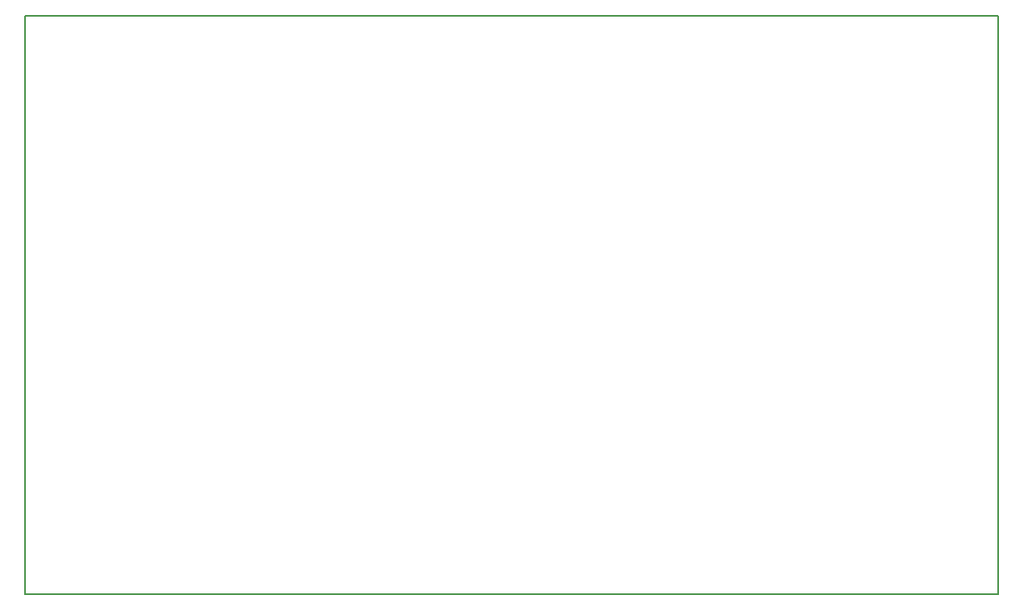
<source format=gm1>
G04 MADE WITH FRITZING*
G04 WWW.FRITZING.ORG*
G04 DOUBLE SIDED*
G04 HOLES PLATED*
G04 CONTOUR ON CENTER OF CONTOUR VECTOR*
%ASAXBY*%
%FSLAX23Y23*%
%MOIN*%
%OFA0B0*%
%SFA1.0B1.0*%
%ADD10R,3.897640X2.322830*%
%ADD11C,0.008000*%
%ADD10C,0.008*%
%LNCONTOUR*%
G90*
G70*
G54D10*
G54D11*
X4Y2319D02*
X3894Y2319D01*
X3894Y4D01*
X4Y4D01*
X4Y2319D01*
D02*
G04 End of contour*
M02*
</source>
